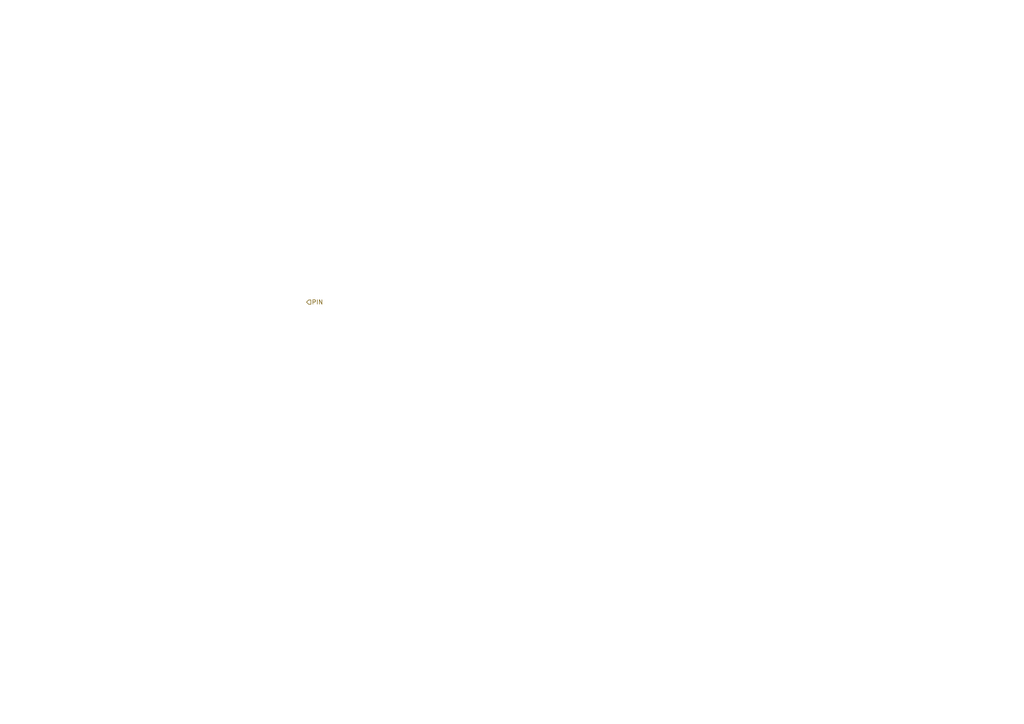
<source format=kicad_sch>
(kicad_sch (version 20230121) (generator eeschema)
  (paper "A4")
  (lib_symbols)
  (hierarchical_label "PIN" (shape input) (at 88.9 87.63 0))
)
</source>
